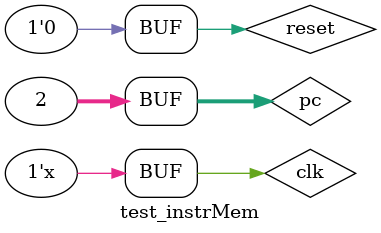
<source format=v>
`timescale 1ns / 1ps


module test_instrMem;

	// Inputs
	reg [31:0] pc;
	reg clk;
	reg reset;

	// Outputs
	wire [31:0] instruction;

	// Instantiate the Unit Under Test (UUT)
	InstrMem uut (
		.pc(pc), 
		.clk(clk), 
		.reset(reset), 
		.instruction(instruction)
	);

	always #10 clk <= ~clk;
	initial begin
		// Initialize Inputs
		pc = 0;
		clk = 0;
		reset = 0;
		#100;
		pc = 1;
		#100;
		pc = 2;
	
		// Wait 100 ns for global reset to finish
		//#100;
		//clk = 1;
		//pc = 0;
		//#10;
		//reset = 0;
		//#10;
		//pc = 32'd2;
		//#10;
		//pc = 32'd3;
		//#10;
		
        
		// Add stimulus here

	end
      
endmodule


</source>
